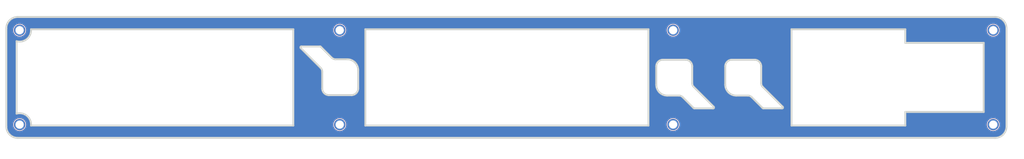
<source format=kicad_pcb>
(kicad_pcb (version 20221018) (generator pcbnew)
  (layers (0 "F.Cu" signal) (31 "B.Cu" signal) (34 "B.Paste" user) (35 "F.Paste" user) (36 "B.SilkS" user "B.Silkscreen") (37 "F.SilkS" user "F.Silkscreen") (38 "B.Mask" user) (39 "F.Mask" user) (44 "Edge.Cuts" user))
  (net 0 "")
  (footprint "CIS:CIS_Edge_Holes" (layer "F.Cu") (at 16.62132 125)
    (fp_text reference "REF**" hide)
    (fp_text value "CIS_Edge_1" hide)
    (pad "" thru_hole circle (at 3.5 -28.5) (size 3 3) (drill 2.2) (layers "*.Cu" "*.Mask"))
    (pad "" thru_hole circle (at 3.5 -3.5) (size 3 3) (drill 2.2) (layers "*.Cu" "*.Mask"))
    (pad "" thru_hole circle (at 88 -28.5) (size 3 3) (drill 2.2) (layers "*.Cu" "*.Mask"))
    (pad "" thru_hole circle (at 88 -3.5) (size 3 3) (drill 2.2) (layers "*.Cu" "*.Mask"))
    (pad "" thru_hole circle (at 176 -28.5) (size 3 3) (drill 2.2) (layers "*.Cu" "*.Mask"))
    (pad "" thru_hole circle (at 176 -3.5287) (size 3 3) (drill 2.2) (layers "*.Cu" "*.Mask"))
    (pad "" thru_hole circle (at 260.5 -28.5) (size 3 3) (drill 2.2) (layers "*.Cu" "*.Mask"))
    (pad "" thru_hole circle (at 260.5 -3.5) (size 3 3) (drill 2.2) (layers "*.Cu" "*.Mask"))
  )
  (gr_arc (start 16.61875 96.002574) (mid 16.848296 94.855405) (end 17.5 93.883824) (stroke (width 0.5)) (layer "Edge.Cuts"))
  (gr_line (start 223.87132 96.25) (end 223.87132 121.75) (stroke (width 0.5)) (layer "Edge.Cuts"))
  (gr_arc (start 103.505077 104.187328) (mid 102.978341 104.08329) (end 102.532182 103.784596) (stroke (width 0.5)) (layer "Edge.Cuts"))
  (gr_line (start 92.37132 121.75) (end 23.121318 121.75) (stroke (width 0.5)) (layer "Edge.Cuts"))
  (gr_line (start 92.37132 96.25) (end 92.37132 121.75) (stroke (width 0.5)) (layer "Edge.Cuts"))
  (gr_line (start 16.61875 122.00257) (end 16.61875 96.002574) (stroke (width 0.5)) (layer "Edge.Cuts"))
  (gr_line (start 191.067729 113.817669) (end 194.160735 113.817669) (stroke (width 0.5)) (layer "Edge.Cuts"))
  (gr_line (start 209.278314 113.817669) (end 212.37132 113.817669) (stroke (width 0.5)) (layer "Edge.Cuts"))
  (gr_line (start 106.598083 104.187328) (end 103.505077 104.187328) (stroke (width 0.5)) (layer "Edge.Cuts"))
  (gr_arc (start 198.073675 111.500154) (mid 197.774748 111.05409) (end 197.670943 110.527259) (stroke (width 0.5)) (layer "Edge.Cuts"))
  (gr_line (start 253.92132 96.25) (end 253.92132 99.85) (stroke (width 0.5)) (layer "Edge.Cuts"))
  (gr_line (start 188.168336 106.066205) (end 188.168336 110.917933) (stroke (width 0.5)) (layer "Edge.Cuts"))
  (gr_line (start 277.618718 125.00257) (end 19.61875 125.00257) (stroke (width 0.5)) (layer "Edge.Cuts"))
  (gr_arc (start 216.28426 111.500154) (mid 215.985359 111.054086) (end 215.881528 110.527259) (stroke (width 0.5)) (layer "Edge.Cuts"))
  (gr_arc (start 101.746355 113.690107) (mid 100.508508 113.176589) (end 99.994869 111.938792) (stroke (width 0.5)) (layer "Edge.Cuts"))
  (gr_arc (start 191.067728 113.817676) (mid 189.958246 113.596974) (end 189.018486 112.967282) (stroke (width 0.5)) (layer "Edge.Cuts"))
  (gr_arc (start 203.350183 117.131851) (mid 203.268631 117.186391) (end 203.172416 117.205576) (stroke (width 0.5)) (layer "Edge.Cuts"))
  (gr_arc (start 194.160731 113.81767) (mid 194.687467 113.921708) (end 195.133626 114.220402) (stroke (width 0.5)) (layer "Edge.Cuts"))
  (gr_arc (start 280.618718 122.00257) (mid 280.389186 123.149748) (end 279.737468 124.12132) (stroke (width 0.5)) (layer "Edge.Cuts"))
  (gr_arc (start 109.49757 111.938792) (mid 108.984082 113.176616) (end 107.746298 113.690201) (stroke (width 0.5)) (layer "Edge.Cuts"))
  (gr_line (start 203.350179 116.776318) (end 198.073671 111.500155) (stroke (width 0.5)) (layer "Edge.Cuts"))
  (gr_line (start 253.92132 99.85) (end 274.62132 99.85) (stroke (width 0.5)) (layer "Edge.Cuts"))
  (gr_arc (start 189.01849 112.967281) (mid 188.389013 112.027402) (end 188.168336 110.917933) (stroke (width 0.5)) (layer "Edge.Cuts"))
  (gr_arc (start 195.919453 104.314891) (mid 197.1573 104.828409) (end 197.670939 106.066206) (stroke (width 0.5)) (layer "Edge.Cuts"))
  (gr_line (start 197.670939 110.52726) (end 197.670939 106.066206) (stroke (width 0.5)) (layer "Edge.Cuts"))
  (gr_line (start 101.74632 113.690201) (end 107.746298 113.690201) (stroke (width 0.5)) (layer "Edge.Cuts"))
  (gr_line (start 19.61875 93.002574) (end 277.618718 93.002574) (stroke (width 0.5)) (layer "Edge.Cuts"))
  (gr_line (start 186.12132 96.25) (end 186.12132 121.75) (stroke (width 0.5)) (layer "Edge.Cuts"))
  (gr_arc (start 279.737468 93.883824) (mid 280.389645 94.855212) (end 280.618718 96.002574) (stroke (width 0.5)) (layer "Edge.Cuts"))
  (gr_arc (start 94.315594 101.228601) (mid 94.242086 101.050824) (end 94.315594 100.873068) (stroke (width 0.5)) (layer "Edge.Cuts"))
  (gr_line (start 109.497476 111.938792) (end 109.497476 107.087064) (stroke (width 0.5)) (layer "Edge.Cuts"))
  (gr_line (start 280.618718 96.002574) (end 280.618718 122.00257) (stroke (width 0.5)) (layer "Edge.Cuts"))
  (gr_arc (start 19.61875 125.00257) (mid 18.47158 124.773025) (end 17.5 124.12132) (stroke (width 0.5)) (layer "Edge.Cuts"))
  (gr_arc (start 198.222844 117.205232) (mid 198.126689 117.186161) (end 198.045078 117.13185) (stroke (width 0.5)) (layer "Edge.Cuts"))
  (gr_arc (start 203.350183 116.776317) (mid 203.423588 116.954089) (end 203.350183 117.131851) (stroke (width 0.5)) (layer "Edge.Cuts"))
  (gr_arc (start 207.229075 112.967281) (mid 206.59957 112.02741) (end 206.378921 110.917933) (stroke (width 0.5)) (layer "Edge.Cuts"))
  (gr_arc (start 94.315629 100.873146) (mid 94.397175 100.818601) (end 94.493396 100.799421) (stroke (width 0.5)) (layer "Edge.Cuts"))
  (gr_line (start 195.919453 104.314891) (end 189.919474 104.314891) (stroke (width 0.5)) (layer "Edge.Cuts"))
  (gr_line (start 253.92132 118.15) (end 253.92132 121.75) (stroke (width 0.5)) (layer "Edge.Cuts"))
  (gr_arc (start 99.442964 100.799766) (mid 99.539119 100.818837) (end 99.62073 100.873148) (stroke (width 0.5)) (layer "Edge.Cuts"))
  (gr_line (start 206.378921 106.066205) (end 206.378921 110.917933) (stroke (width 0.5)) (layer "Edge.Cuts"))
  (gr_line (start 203.172412 117.205577) (end 198.222844 117.205233) (stroke (width 0.5)) (layer "Edge.Cuts"))
  (gr_line (start 214.130042 104.31489) (end 208.130063 104.31489) (stroke (width 0.5)) (layer "Edge.Cuts"))
  (gr_arc (start 277.618718 93.002574) (mid 278.765892 93.232112) (end 279.737468 93.883824) (stroke (width 0.5)) (layer "Edge.Cuts"))
  (gr_line (start 102.532146 103.78469) (end 99.620696 100.873068) (stroke (width 0.5)) (layer "Edge.Cuts"))
  (gr_line (start 215.881528 110.527259) (end 215.881528 106.066205) (stroke (width 0.5)) (layer "Edge.Cuts"))
  (gr_line (start 99.994869 107.477738) (end 99.994869 111.938792) (stroke (width 0.5)) (layer "Edge.Cuts"))
  (gr_line (start 213.344215 114.220401) (end 216.255666 117.131851) (stroke (width 0.5)) (layer "Edge.Cuts"))
  (gr_arc (start 221.560768 116.776317) (mid 221.634163 116.954089) (end 221.560768 117.131851) (stroke (width 0.5)) (layer "Edge.Cuts"))
  (gr_arc (start 17.5 124.12132) (mid 16.847836 123.14993) (end 16.61875 122.00257) (stroke (width 0.5)) (layer "Edge.Cuts"))
  (gr_line (start 195.13363 114.220401) (end 198.045081 117.131851) (stroke (width 0.5)) (layer "Edge.Cuts"))
  (gr_line (start 221.560768 116.776317) (end 216.28426 111.500154) (stroke (width 0.5)) (layer "Edge.Cuts"))
  (gr_line (start 253.92132 121.75) (end 223.87132 121.75) (stroke (width 0.5)) (layer "Edge.Cuts"))
  (gr_arc (start 99.592102 106.504937) (mid 99.891199 106.950951) (end 99.995006 107.477832) (stroke (width 0.5)) (layer "Edge.Cuts"))
  (gr_arc (start 212.37132 113.817669) (mid 212.898055 113.921703) (end 213.344215 114.220401) (stroke (width 0.5)) (layer "Edge.Cuts"))
  (gr_line (start 274.62132 118.15) (end 253.92132 118.15) (stroke (width 0.5)) (layer "Edge.Cuts"))
  (gr_arc (start 23.121319 96.25) (mid 22.046458 98.814376) (end 19.329232 99.404323) (stroke (width 0.5)) (layer "Edge.Cuts"))
  (gr_arc (start 214.130042 104.31489) (mid 215.367865 104.82844) (end 215.881528 106.066205) (stroke (width 0.5)) (layer "Edge.Cuts"))
  (gr_line (start 94.315629 101.22868) (end 99.592137 106.504843) (stroke (width 0.5)) (layer "Edge.Cuts"))
  (gr_line (start 111.37132 96.25) (end 186.12132 96.25) (stroke (width 0.5)) (layer "Edge.Cuts"))
  (gr_line (start 186.12132 121.75) (end 111.37132 121.75) (stroke (width 0.5)) (layer "Edge.Cuts"))
  (gr_arc (start 106.598083 104.187329) (mid 107.707573 104.40804) (end 108.647342 105.037734) (stroke (width 0.5)) (layer "Edge.Cuts"))
  (gr_line (start 223.87132 96.25) (end 253.92132 96.25) (stroke (width 0.5)) (layer "Edge.Cuts"))
  (gr_arc (start 17.5 93.883824) (mid 18.471389 93.231656) (end 19.61875 93.002574) (stroke (width 0.5)) (layer "Edge.Cuts"))
  (gr_line (start 221.383001 117.205576) (end 216.433433 117.205232) (stroke (width 0.5)) (layer "Edge.Cuts"))
  (gr_line (start 23.121319 96.25) (end 92.37132 96.25) (stroke (width 0.5)) (layer "Edge.Cuts"))
  (gr_arc (start 108.647436 105.037641) (mid 109.276972 105.977525) (end 109.497475 107.087064) (stroke (width 0.5)) (layer "Edge.Cuts"))
  (gr_line (start 111.37132 96.25) (end 111.37132 121.75) (stroke (width 0.5)) (layer "Edge.Cuts"))
  (gr_line (start 274.62132 99.85) (end 274.62132 118.15) (stroke (width 0.5)) (layer "Edge.Cuts"))
  (gr_line (start 19.32132 118.595677) (end 19.32132 99.404323) (stroke (width 0.5)) (layer "Edge.Cuts"))
  (gr_arc (start 221.560768 117.131851) (mid 221.479223 117.186412) (end 221.383001 117.205576) (stroke (width 0.5)) (layer "Edge.Cuts"))
  (gr_line (start 94.493396 100.799421) (end 99.442964 100.799765) (stroke (width 0.5)) (layer "Edge.Cuts"))
  (gr_arc (start 206.378921 106.066205) (mid 206.892362 104.828449) (end 208.130063 104.31489) (stroke (width 0.5)) (layer "Edge.Cuts"))
  (gr_arc (start 19.329231 118.595677) (mid 22.046458 119.185623) (end 23.121318 121.75) (stroke (width 0.5)) (layer "Edge.Cuts"))
  (gr_arc (start 279.737468 124.12132) (mid 278.766076 124.773474) (end 277.618718 125.00257) (stroke (width 0.5)) (layer "Edge.Cuts"))
  (gr_arc (start 216.433433 117.205231) (mid 216.337275 117.186164) (end 216.255667 117.131849) (stroke (width 0.5)) (layer "Edge.Cuts"))
  (gr_arc (start 188.168336 106.066205) (mid 188.681774 104.828436) (end 189.919478 104.31489) (stroke (width 0.5)) (layer "Edge.Cuts"))
  (gr_arc (start 209.278314 113.817669) (mid 208.168838 113.596969) (end 207.229075 112.967281) (stroke (width 0.5)) (layer "Edge.Cuts"))
  (zone (net 0) (net_name "") (layers "F&B.Cu") (connect_pads no (clearance 0.15)) (min_thickness 0.15) (fill yes (thermal_gap 0.2) (thermal_bridge_width 0.2) (island_removal_mode 1) (island_area_min 10))
    (polygon (pts (xy 281.62132 126) (xy 15.62132 126) (xy 15.62132 92) (xy 281.62132 92)))
  )
)
</source>
